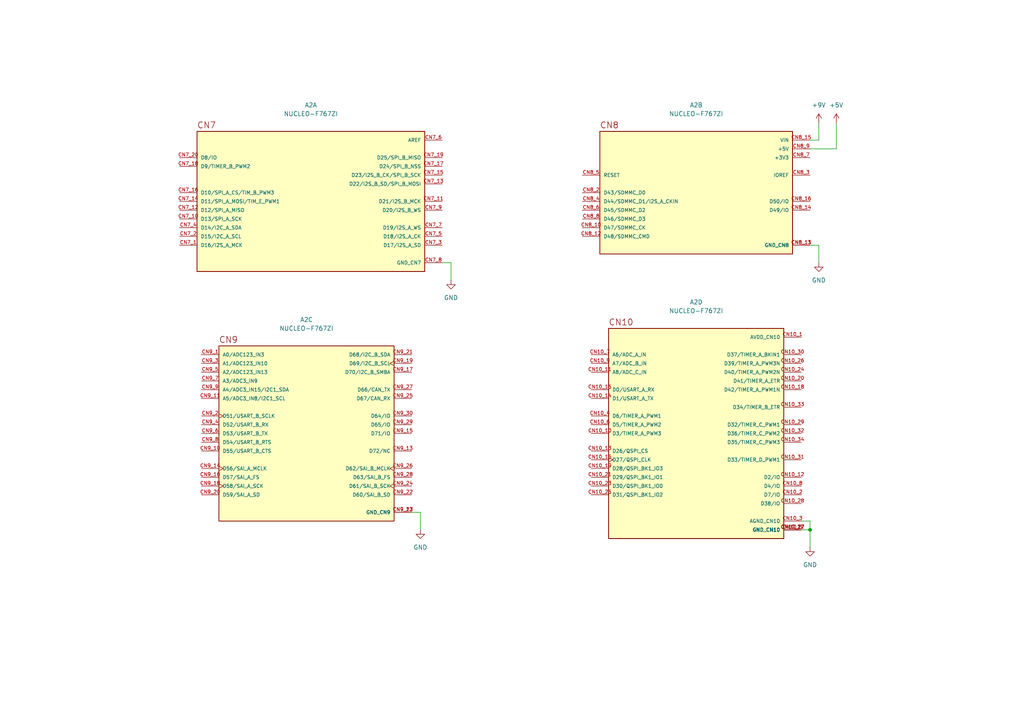
<source format=kicad_sch>
(kicad_sch (version 20231120) (generator "eeschema") (generator_version "8.0")
  (paper "A4")
  (title_block (title "Nucleo-F767-Base-Board") (date "2024-07-27") (rev "V1.0"))
  (lib_symbols
    (symbol "NUCLEO-F767ZI:NUCLEO-F767ZI" (pin_names (offset 1.016))
      (property "Reference" "A" (at -12.7 57.15 0))
      (property "Value" "NUCLEO-F767ZI" (at -12.7 -57.15 0))
      (symbol "NUCLEO-F767ZI_1_0"
        (rectangle (start -33.02 -20.32) (end 33.02 20.32) (stroke (width 0.254)) (fill (type background)))
        (text "CN7" (at -33.02 21.082 0) (effects (font (size 1.778 1.778)) (justify left bottom)))
        (pin bidirectional line (at -38.1 -12.7 0) (length 5.08) (name "D16/I2S_A_MCK") (number "CN7_1"))
        (pin bidirectional line (at -38.1 -5.08 0) (length 5.08) (name "D13/SPI_A_SCK") (number "CN7_10"))
        (pin bidirectional line (at 38.1 0 180) (length 5.08) (name "D21/I2S_B_MCK") (number "CN7_11"))
        (pin bidirectional line (at -38.1 -2.54 0) (length 5.08) (name "D12/SPI_A_MISO") (number "CN7_12"))
        (pin bidirectional line (at 38.1 5.08 180) (length 5.08) (name "D22/I2S_B_SD/SPI_B_MOSI") (number "CN7_13"))
        (pin bidirectional line (at -38.1 0 0) (length 5.08) (name "D11/SPI_A_MOSI/TIM_E_PWM1") (number "CN7_14"))
        (pin bidirectional line (at 38.1 7.62 180) (length 5.08) (name "D23/I2S_B_CK/SPI_B_SCK") (number "CN7_15"))
        (pin bidirectional line (at -38.1 2.54 0) (length 5.08) (name "D10/SPI_A_CS/TIM_B_PWM3") (number "CN7_16"))
        (pin bidirectional line (at 38.1 10.16 180) (length 5.08) (name "D24/SPI_B_NSS") (number "CN7_17"))
        (pin bidirectional line (at -38.1 10.16 0) (length 5.08) (name "D9/TIMER_B_PWM2") (number "CN7_18"))
        (pin bidirectional line (at 38.1 12.7 180) (length 5.08) (name "D25/SPI_B_MISO") (number "CN7_19"))
        (pin bidirectional line (at -38.1 -10.16 0) (length 5.08) (name "D15/I2C_A_SCL") (number "CN7_2"))
        (pin bidirectional line (at -38.1 12.7 0) (length 5.08) (name "D8/IO") (number "CN7_20"))
        (pin bidirectional line (at 38.1 -12.7 180) (length 5.08) (name "D17/I2S_A_SD") (number "CN7_3"))
        (pin bidirectional line (at -38.1 -7.62 0) (length 5.08) (name "D14/I2C_A_SDA") (number "CN7_4"))
        (pin bidirectional line (at 38.1 -10.16 180) (length 5.08) (name "D18/I2S_A_CK") (number "CN7_5"))
        (pin power_in line (at 38.1 17.78 180) (length 5.08) (name "AREF") (number "CN7_6"))
        (pin bidirectional line (at 38.1 -7.62 180) (length 5.08) (name "D19/I2S_A_WS") (number "CN7_7"))
        (pin power_in line (at 38.1 -17.78 180) (length 5.08) (name "GND_CN7") (number "CN7_8"))
        (pin bidirectional line (at 38.1 -2.54 180) (length 5.08) (name "D20/I2S_B_WS") (number "CN7_9"))
      )
      (symbol "NUCLEO-F767ZI_2_0"
        (rectangle (start -27.94 -17.78) (end 27.94 17.78) (stroke (width 0.254)) (fill (type background)))
        (text "CN8" (at -27.94 18.542 0) (effects (font (size 1.778 1.778)) (justify left bottom)))
        (pin bidirectional line (at -33.02 -10.16 0) (length 5.08) (name "D47/SDMMC_CK") (number "CN8_10"))
        (pin power_in line (at 33.02 -15.24 180) (length 5.08) (name "GND_CN8") (number "CN8_11"))
        (pin bidirectional line (at -33.02 -12.7 0) (length 5.08) (name "D48/SDMMC_CMD") (number "CN8_12"))
        (pin power_in line (at 33.02 -15.24 180) (length 5.08) (name "GND_CN8") (number "CN8_13"))
        (pin bidirectional line (at 33.02 -5.08 180) (length 5.08) (name "D49/IO") (number "CN8_14"))
        (pin power_in line (at 33.02 15.24 180) (length 5.08) (name "VIN") (number "CN8_15"))
        (pin bidirectional line (at 33.02 -2.54 180) (length 5.08) (name "D50/IO") (number "CN8_16"))
        (pin bidirectional line (at -33.02 0 0) (length 5.08) (name "D43/SDMMC_D0") (number "CN8_2"))
        (pin bidirectional line (at 33.02 5.08 180) (length 5.08) (name "IOREF") (number "CN8_3"))
        (pin bidirectional line (at -33.02 -2.54 0) (length 5.08) (name "D44/SDMMC_D1/I2S_A_CKIN") (number "CN8_4"))
        (pin bidirectional line (at -33.02 5.08 0) (length 5.08) (name "RESET") (number "CN8_5"))
        (pin bidirectional line (at -33.02 -5.08 0) (length 5.08) (name "D45/SDMMC_D2") (number "CN8_6"))
        (pin power_in line (at 33.02 10.16 180) (length 5.08) (name "+3V3") (number "CN8_7"))
        (pin bidirectional line (at -33.02 -7.62 0) (length 5.08) (name "D46/SDMMC_D3") (number "CN8_8"))
        (pin power_in line (at 33.02 12.7 180) (length 5.08) (name "+5V") (number "CN8_9"))
      )
      (symbol "NUCLEO-F767ZI_3_0"
        (rectangle (start -25.4 -25.4) (end 25.4 25.4) (stroke (width 0.254)) (fill (type background)))
        (text "CN9" (at -25.4 26.162 0) (effects (font (size 1.778 1.778)) (justify left bottom)))
        (pin input line (at -30.48 22.86 0) (length 5.08) (name "A0/ADC123_IN3") (number "CN9_1"))
        (pin bidirectional line (at -30.48 -5.08 0) (length 5.08) (name "D55/USART_B_CTS") (number "CN9_10"))
        (pin input line (at -30.48 10.16 0) (length 5.08) (name "A5/ADC3_IN8/I2C1_SCL") (number "CN9_11"))
        (pin power_in line (at 30.48 -22.86 180) (length 5.08) (name "GND_CN9") (number "CN9_12"))
        (pin bidirectional line (at 30.48 -5.08 180) (length 5.08) (name "D72/NC") (number "CN9_13"))
        (pin bidirectional clock (at -30.48 -10.16 0) (length 5.08) (name "D56/SAI_A_MCLK") (number "CN9_14"))
        (pin bidirectional line (at 30.48 0 180) (length 5.08) (name "D71/IO") (number "CN9_15"))
        (pin bidirectional line (at -30.48 -12.7 0) (length 5.08) (name "D57/SAI_A_FS") (number "CN9_16"))
        (pin bidirectional line (at 30.48 17.78 180) (length 5.08) (name "D70/I2C_B_SMBA") (number "CN9_17"))
        (pin bidirectional clock (at -30.48 -15.24 0) (length 5.08) (name "D58/SAI_A_SCK") (number "CN9_18"))
        (pin bidirectional clock (at 30.48 20.32 180) (length 5.08) (name "D69/I2C_B_SCL") (number "CN9_19"))
        (pin bidirectional clock (at -30.48 5.08 0) (length 5.08) (name "D51/USART_B_SCLK") (number "CN9_2"))
        (pin bidirectional line (at -30.48 -17.78 0) (length 5.08) (name "D59/SAI_A_SD") (number "CN9_20"))
        (pin bidirectional line (at 30.48 22.86 180) (length 5.08) (name "D68/I2C_B_SDA") (number "CN9_21"))
        (pin bidirectional line (at 30.48 -17.78 180) (length 5.08) (name "D60/SAI_B_SD") (number "CN9_22"))
        (pin power_in line (at 30.48 -22.86 180) (length 5.08) (name "GND_CN9") (number "CN9_23"))
        (pin bidirectional clock (at 30.48 -15.24 180) (length 5.08) (name "D61/SAI_B_SCK") (number "CN9_24"))
        (pin input line (at 30.48 10.16 180) (length 5.08) (name "D67/CAN_RX") (number "CN9_25"))
        (pin bidirectional clock (at 30.48 -10.16 180) (length 5.08) (name "D62/SAI_B_MCLK") (number "CN9_26"))
        (pin output line (at 30.48 12.7 180) (length 5.08) (name "D66/CAN_TX") (number "CN9_27"))
        (pin bidirectional line (at 30.48 -12.7 180) (length 5.08) (name "D63/SAI_B_FS") (number "CN9_28"))
        (pin bidirectional line (at 30.48 2.54 180) (length 5.08) (name "D65/IO") (number "CN9_29"))
        (pin input line (at -30.48 20.32 0) (length 5.08) (name "A1/ADC123_IN10") (number "CN9_3"))
        (pin bidirectional line (at 30.48 5.08 180) (length 5.08) (name "D64/IO") (number "CN9_30"))
        (pin bidirectional line (at -30.48 2.54 0) (length 5.08) (name "D52/USART_B_RX") (number "CN9_4"))
        (pin input line (at -30.48 17.78 0) (length 5.08) (name "A2/ADC123_IN13") (number "CN9_5"))
        (pin bidirectional line (at -30.48 0 0) (length 5.08) (name "D53/USART_B_TX") (number "CN9_6"))
        (pin input line (at -30.48 15.24 0) (length 5.08) (name "A3/ADC3_IN9") (number "CN9_7"))
        (pin bidirectional line (at -30.48 -2.54 0) (length 5.08) (name "D54/USART_B_RTS") (number "CN9_8"))
        (pin input line (at -30.48 12.7 0) (length 5.08) (name "A4/ADC3_IN15/I2C1_SDA") (number "CN9_9"))
      )
      (symbol "NUCLEO-F767ZI_4_0"
        (rectangle (start -25.4 -30.48) (end 25.4 30.48) (stroke (width 0.254)) (fill (type background)))
        (text "CN10" (at -25.4 31.242 0) (effects (font (size 1.778 1.778)) (justify left bottom)))
        (pin power_in line (at 30.48 27.94 180) (length 5.08) (name "AVDD_CN10") (number "CN10_1"))
        (pin bidirectional line (at -30.48 0 0) (length 5.08) (name "D3/TIMER_A_PWM3") (number "CN10_10"))
        (pin input line (at -30.48 17.78 0) (length 5.08) (name "A8/ADC_C_IN") (number "CN10_11"))
        (pin bidirectional line (at 30.48 -12.7 180) (length 5.08) (name "D2/IO") (number "CN10_12"))
        (pin bidirectional line (at -30.48 -5.08 0) (length 5.08) (name "D26/QSPI_CS") (number "CN10_13"))
        (pin output line (at -30.48 10.16 0) (length 5.08) (name "D1/USART_A_TX") (number "CN10_14"))
        (pin bidirectional clock (at -30.48 -7.62 0) (length 5.08) (name "D27/QSPI_CLK") (number "CN10_15"))
        (pin input line (at -30.48 12.7 0) (length 5.08) (name "D0/USART_A_RX") (number "CN10_16"))
        (pin power_in line (at 30.48 -27.94 180) (length 5.08) (name "GND_CN10") (number "CN10_17"))
        (pin bidirectional line (at 30.48 12.7 180) (length 5.08) (name "D42/TIMER_A_PWM1N") (number "CN10_18"))
        (pin bidirectional line (at -30.48 -10.16 0) (length 5.08) (name "D28/QSPI_BK1_IO3") (number "CN10_19"))
        (pin bidirectional line (at 30.48 -17.78 180) (length 5.08) (name "D7/IO") (number "CN10_2"))
        (pin bidirectional line (at 30.48 15.24 180) (length 5.08) (name "D41/TIMER_A_ETR") (number "CN10_20"))
        (pin bidirectional line (at -30.48 -12.7 0) (length 5.08) (name "D29/QSPI_BK1_IO1") (number "CN10_21"))
        (pin power_in line (at 30.48 -27.94 180) (length 5.08) (name "GND_CN10") (number "CN10_22"))
        (pin bidirectional line (at -30.48 -15.24 0) (length 5.08) (name "D30/QSPI_BK1_IO0") (number "CN10_23"))
        (pin bidirectional line (at 30.48 17.78 180) (length 5.08) (name "D40/TIMER_A_PWM2N") (number "CN10_24"))
        (pin bidirectional line (at -30.48 -17.78 0) (length 5.08) (name "D31/QSPI_BK1_IO2") (number "CN10_25"))
        (pin bidirectional line (at 30.48 20.32 180) (length 5.08) (name "D39/TIMER_A_PWM3N") (number "CN10_26"))
        (pin power_in line (at 30.48 -27.94 180) (length 5.08) (name "GND_CN10") (number "CN10_27"))
        (pin bidirectional line (at 30.48 -20.32 180) (length 5.08) (name "D38/IO") (number "CN10_28"))
        (pin bidirectional line (at 30.48 2.54 180) (length 5.08) (name "D32/TIMER_C_PWM1") (number "CN10_29"))
        (pin power_in line (at 30.48 -25.4 180) (length 5.08) (name "AGND_CN10") (number "CN10_3"))
        (pin bidirectional line (at 30.48 22.86 180) (length 5.08) (name "D37/TIMER_A_BKIN1") (number "CN10_30"))
        (pin bidirectional line (at 30.48 -7.62 180) (length 5.08) (name "D33/TIMER_D_PWM1") (number "CN10_31"))
        (pin bidirectional line (at 30.48 0 180) (length 5.08) (name "D36/TIMER_C_PWM2") (number "CN10_32"))
        (pin bidirectional line (at 30.48 7.62 180) (length 5.08) (name "D34/TIMER_B_ETR") (number "CN10_33"))
        (pin bidirectional line (at 30.48 -2.54 180) (length 5.08) (name "D35/TIMER_C_PWM3") (number "CN10_34"))
        (pin bidirectional line (at -30.48 5.08 0) (length 5.08) (name "D6/TIMER_A_PWM1") (number "CN10_4"))
        (pin power_in line (at 30.48 -27.94 180) (length 5.08) (name "GND_CN10") (number "CN10_5"))
        (pin bidirectional line (at -30.48 2.54 0) (length 5.08) (name "D5/TIMER_A_PWM2") (number "CN10_6"))
        (pin input line (at -30.48 22.86 0) (length 5.08) (name "A6/ADC_A_IN") (number "CN10_7"))
        (pin bidirectional line (at 30.48 -15.24 180) (length 5.08) (name "D4/IO") (number "CN10_8"))
        (pin input line (at -30.48 20.32 0) (length 5.08) (name "A7/ADC_B_IN") (number "CN10_9"))
      )
    )
    (symbol "power:+5V" (power) (pin_numbers hide) (pin_names (offset 0) hide)
      (property "Value" "+5V" (at 0 3.556 0))
      (symbol "+5V_0_1"
        (polyline (pts (xy -0.762 1.27) (xy 0 2.54)))
        (polyline (pts (xy 0 0) (xy 0 2.54)))
        (polyline (pts (xy 0 2.54) (xy 0.762 1.27)))
      )
      (symbol "+5V_1_1"
        (pin power_in line (at 0 0 90) (length 0) (name "~") (number "1"))
      )
    )
    (symbol "power:+9V" (power) (pin_numbers hide) (pin_names (offset 0) hide)
      (property "Value" "+9V" (at 0 3.556 0))
      (symbol "+9V_0_1"
        (polyline (pts (xy -0.762 1.27) (xy 0 2.54)))
        (polyline (pts (xy 0 0) (xy 0 2.54)))
        (polyline (pts (xy 0 2.54) (xy 0.762 1.27)))
      )
      (symbol "+9V_1_1"
        (pin power_in line (at 0 0 90) (length 0) (name "~") (number "1"))
      )
    )
    (symbol "power:GND" (power) (pin_numbers hide) (pin_names (offset 0) hide)
      (property "Value" "GND" (at 0 -3.81 0))
      (symbol "GND_0_1"
        (polyline (pts (xy 0 0) (xy 0 -1.27) (xy 1.27 -1.27) (xy 0 -2.54) (xy -1.27 -1.27) (xy 0 -1.27)))
      )
      (symbol "GND_1_1"
        (pin power_in line (at 0 0 270) (length 0) (name "~") (number "1"))
      )
    )
  )
  (junction (at 234.95 153.67))
  (wire (pts (xy 234.95 71.12) (xy 237.49 71.12)))
  (wire (pts (xy 128.27 76.2) (xy 130.81 76.2)))
  (wire (pts (xy 232.41 153.67) (xy 234.95 153.67)))
  (wire (pts (xy 130.81 76.2) (xy 130.81 81.28)))
  (wire (pts (xy 237.49 40.64) (xy 234.95 40.64)))
  (wire (pts (xy 242.57 43.18) (xy 234.95 43.18)))
  (wire (pts (xy 234.95 151.13) (xy 232.41 151.13)))
  (wire (pts (xy 242.57 35.56) (xy 242.57 43.18)))
  (wire (pts (xy 234.95 153.67) (xy 234.95 151.13)))
  (wire (pts (xy 237.49 71.12) (xy 237.49 76.2)))
  (wire (pts (xy 237.49 35.56) (xy 237.49 40.64)))
  (wire (pts (xy 234.95 153.67) (xy 234.95 158.75)))
  (wire (pts (xy 121.92 148.59) (xy 121.92 153.67)))
  (wire (pts (xy 119.38 148.59) (xy 121.92 148.59)))
  (symbol (lib_id "power:GND") (at 130.81 81.28 0) (unit 1)
    (property "Reference" "#PWR03" (effects (hide yes)))
    (property "Value" "GND" (at 130.81 86.36 0))
    (property "Description" "Power symbol creates a global label with name \"GND\" , ground" (effects (hide yes)))
    (instances (project "Nucleo-F767-Base-Board" (path "" (reference "#PWR010") (unit 1)) (path "" (reference "#PWR03") (unit 1))))
  )
  (symbol (lib_id "power:GND") (at 237.49 76.2 0) (unit 1)
    (property "Reference" "#PWR04" (effects (hide yes)))
    (property "Value" "GND" (at 237.49 81.28 0))
    (property "Description" "Power symbol creates a global label with name \"GND\" , ground" (effects (hide yes)))
    (instances (project "Nucleo-F767-Base-Board" (path "" (reference "#PWR013") (unit 1)) (path "" (reference "#PWR04") (unit 1))))
  )
  (symbol (lib_id "NUCLEO-F767ZI:NUCLEO-F767ZI") (at 90.17 58.42 0) (unit 1)
    (property "Reference" "A1" (at 90.17 30.48 0))
    (property "Value" "NUCLEO-F767ZI" (at 90.17 33.02 0))
    (property "Footprint" "nucleo-f767:ST_NUCLEO-F767ZI" (effects (hide yes)))
    (property "MP" "NUCLEO-F767ZI" (effects (hide yes)))
    (instances (project "Nucleo-F767-Base-Board" (path "" (reference "A2") (unit 1)) (path "" (reference "A1") (unit 1))))
  )
  (symbol (lib_id "power:GND") (at 121.92 153.67 0) (unit 1)
    (property "Reference" "#PWR06" (effects (hide yes)))
    (property "Value" "GND" (at 121.92 158.75 0))
    (property "Description" "Power symbol creates a global label with name \"GND\" , ground" (effects (hide yes)))
    (instances (project "Nucleo-F767-Base-Board" (path "" (reference "#PWR09") (unit 1)) (path "" (reference "#PWR06") (unit 1))))
  )
  (symbol (lib_id "power:+9V") (at 237.49 35.56 0) (unit 1)
    (property "Reference" "#PWR01" (effects (hide yes)))
    (property "Value" "+9V" (at 237.49 30.48 0))
    (property "Description" "Power symbol creates a global label with name \"+9V\"" (effects (hide yes)))
    (instances (project "Nucleo-F767-Base-Board" (path "" (reference "#PWR012") (unit 1)) (path "" (reference "#PWR01") (unit 1))))
  )
  (symbol (lib_id "NUCLEO-F767ZI:NUCLEO-F767ZI") (at 88.9 125.73 0) (unit 3)
    (property "Reference" "A1" (at 88.9 92.71 0))
    (property "Value" "NUCLEO-F767ZI" (at 88.9 95.25 0))
    (property "Footprint" "nucleo-f767:ST_NUCLEO-F767ZI" (effects (hide yes)))
    (property "MP" "NUCLEO-F767ZI" (effects (hide yes)))
    (instances (project "Nucleo-F767-Base-Board" (path "" (reference "A2") (unit 3)) (path "" (reference "A1") (unit 3))))
  )
  (symbol (lib_id "power:+5V") (at 242.57 35.56 0) (unit 1)
    (property "Reference" "#PWR02" (effects (hide yes)))
    (property "Value" "+5V" (at 242.57 30.48 0))
    (property "Description" "Power symbol creates a global label with name \"+5V\"" (effects (hide yes)))
    (instances (project "Nucleo-F767-Base-Board" (path "" (reference "#PWR014") (unit 1)) (path "" (reference "#PWR02") (unit 1))))
  )
  (symbol (lib_id "NUCLEO-F767ZI:NUCLEO-F767ZI") (at 201.93 125.73 0) (unit 4)
    (property "Reference" "A1" (at 201.93 87.63 0))
    (property "Value" "NUCLEO-F767ZI" (at 201.93 90.17 0))
    (property "Footprint" "nucleo-f767:ST_NUCLEO-F767ZI" (effects (hide yes)))
    (property "MP" "NUCLEO-F767ZI" (effects (hide yes)))
    (instances (project "Nucleo-F767-Base-Board" (path "" (reference "A2") (unit 4)) (path "" (reference "A1") (unit 4))))
  )
  (symbol (lib_id "NUCLEO-F767ZI:NUCLEO-F767ZI") (at 201.93 55.88 0) (unit 2)
    (property "Reference" "A1" (at 201.93 30.48 0))
    (property "Value" "NUCLEO-F767ZI" (at 201.93 33.02 0))
    (property "Footprint" "nucleo-f767:ST_NUCLEO-F767ZI" (effects (hide yes)))
    (property "MP" "NUCLEO-F767ZI" (effects (hide yes)))
    (instances (project "Nucleo-F767-Base-Board" (path "" (reference "A2") (unit 2)) (path "" (reference "A1") (unit 2))))
  )
  (symbol (lib_id "power:GND") (at 234.95 158.75 0) (unit 1)
    (property "Reference" "#PWR05" (effects (hide yes)))
    (property "Value" "GND" (at 234.95 163.83 0))
    (property "Description" "Power symbol creates a global label with name \"GND\" , ground" (effects (hide yes)))
    (instances (project "Nucleo-F767-Base-Board" (path "" (reference "#PWR011") (unit 1)) (path "" (reference "#PWR05") (unit 1))))
  )
)
</source>
